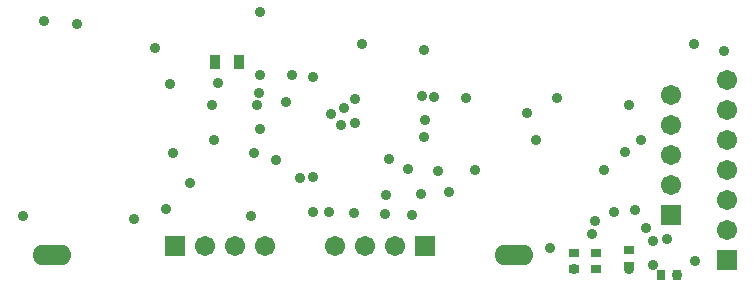
<source format=gbr>
G04*
G04 #@! TF.GenerationSoftware,Altium Limited,Altium Designer,22.4.2 (48)*
G04*
G04 Layer_Color=16711935*
%FSLAX25Y25*%
%MOIN*%
G70*
G04*
G04 #@! TF.SameCoordinates,35B363B0-4A87-487E-8715-F30847FC6155*
G04*
G04*
G04 #@! TF.FilePolarity,Negative*
G04*
G01*
G75*
%ADD16R,0.03765X0.04749*%
%ADD24R,0.03197X0.02593*%
%ADD28R,0.02593X0.03197*%
%ADD42R,0.06706X0.06706*%
%ADD43C,0.06706*%
%ADD44O,0.13005X0.06800*%
%ADD45R,0.06706X0.06706*%
%ADD46C,0.03556*%
D16*
X282965Y379500D02*
D03*
X291035D02*
D03*
D24*
X421000Y311336D02*
D03*
Y316664D02*
D03*
X410000Y310336D02*
D03*
Y315664D02*
D03*
X402500Y310336D02*
D03*
Y315664D02*
D03*
D28*
X436828Y308500D02*
D03*
X431500D02*
D03*
D42*
X353000Y318000D02*
D03*
X269500D02*
D03*
D43*
X343000D02*
D03*
X333000D02*
D03*
X323000D02*
D03*
X279500D02*
D03*
X289500D02*
D03*
X299500D02*
D03*
X453500Y373500D02*
D03*
Y363500D02*
D03*
Y353500D02*
D03*
Y343500D02*
D03*
Y323500D02*
D03*
Y333500D02*
D03*
X435000Y368500D02*
D03*
Y358500D02*
D03*
Y348500D02*
D03*
Y338500D02*
D03*
D44*
X382500Y315000D02*
D03*
X228500D02*
D03*
D45*
X453500Y313500D02*
D03*
X435000Y328500D02*
D03*
D46*
X428912Y319682D02*
D03*
X423000Y330000D02*
D03*
X416000Y329500D02*
D03*
X426500Y324000D02*
D03*
X402500Y310336D02*
D03*
X421000Y310500D02*
D03*
X436828Y308500D02*
D03*
X428835Y311777D02*
D03*
X297500Y369000D02*
D03*
X256000Y327000D02*
D03*
X421000Y365000D02*
D03*
X394500Y317500D02*
D03*
X340000Y335274D02*
D03*
X274650Y339232D02*
D03*
X266500Y330500D02*
D03*
X321500Y362000D02*
D03*
X369500Y343500D02*
D03*
X355889Y367880D02*
D03*
X390000Y353500D02*
D03*
X352000Y368000D02*
D03*
X351500Y335382D02*
D03*
X329500Y359000D02*
D03*
X303135Y346665D02*
D03*
X339500Y328665D02*
D03*
X311135Y340865D02*
D03*
X347168Y343937D02*
D03*
X361000Y336054D02*
D03*
X357335Y343000D02*
D03*
X341000Y347000D02*
D03*
X366500Y367335D02*
D03*
X397000D02*
D03*
X329500Y367000D02*
D03*
X326000Y364000D02*
D03*
X329250Y329250D02*
D03*
X348500Y328500D02*
D03*
X315500Y329500D02*
D03*
X321000D02*
D03*
X308500Y375000D02*
D03*
X315500Y374500D02*
D03*
X387000Y362500D02*
D03*
X315500Y341000D02*
D03*
X412500Y343500D02*
D03*
X298000Y375000D02*
D03*
Y357000D02*
D03*
X282500Y353500D02*
D03*
X325000Y358500D02*
D03*
X306500Y366000D02*
D03*
X352500Y383500D02*
D03*
X332000Y385500D02*
D03*
X297985Y395985D02*
D03*
X409500Y326500D02*
D03*
X408500Y322000D02*
D03*
X352500Y354500D02*
D03*
X442500Y385500D02*
D03*
X452500Y383000D02*
D03*
X284000Y372500D02*
D03*
X268000Y372000D02*
D03*
X353000Y360000D02*
D03*
X263000Y384000D02*
D03*
X237000Y392000D02*
D03*
X226000Y393000D02*
D03*
X219000Y328000D02*
D03*
X297000Y365000D02*
D03*
X419500Y349500D02*
D03*
X425000Y353500D02*
D03*
X269000Y349000D02*
D03*
X295000Y328000D02*
D03*
X443000Y313000D02*
D03*
X433500Y320500D02*
D03*
X296000Y349000D02*
D03*
X282000Y365000D02*
D03*
M02*

</source>
